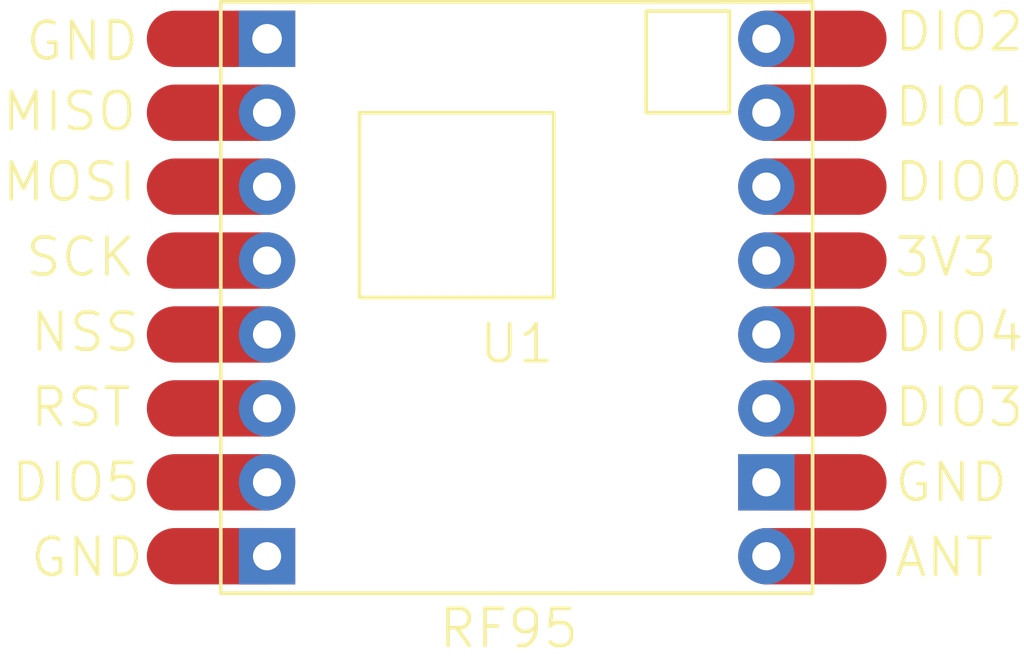
<source format=kicad_pcb>
(kicad_pcb (version 20221018) (generator pcbnew)
  (layers (0 "F.Cu" signal) (31 "B.Cu" signal) (34 "B.Paste" user) (35 "F.Paste" user) (36 "B.SilkS" user "B.Silkscreen") (37 "F.SilkS" user "F.Silkscreen") (38 "B.Mask" user) (39 "F.Mask" user) (44 "Edge.Cuts" user))
  (net 0 "")
  (net 1 "Earth")
  (net 8 "Net-(J1-In)")
  (footprint "Library:RFM95" (layer "F.Cu") (at 146.94 81.9)
    (fp_text reference "U1" (at 0 1.25 unlocked) (layer "F.SilkS") (effects (font (thickness 0.1))))
    (fp_text value "RFM95W-868S2")
    (fp_text user "SCK" (at -13.335 -0.508 unlocked) (layer "F.SilkS") (effects (font (thickness 0.1)) (justify left bottom)))
    (fp_text user "RST" (at -13.208 3.556 unlocked) (layer "F.SilkS") (effects (font (thickness 0.1)) (justify left bottom)))
    (fp_text user "DIO2" (at 10.16 -6.604 unlocked) (layer "F.SilkS") (effects (font (thickness 0.1)) (justify left bottom)))
    (fp_text user "GND" (at -13.335 -6.35 unlocked) (layer "F.SilkS") (effects (font (thickness 0.1)) (justify left bottom)))
    (fp_text user "ANT" (at 10.16 7.62 unlocked) (layer "F.SilkS") (effects (font (thickness 0.1)) (justify left bottom)))
    (fp_text user "DIO5" (at -13.716 5.588 unlocked) (layer "F.SilkS") (effects (font (thickness 0.1)) (justify left bottom)))
    (fp_text user "DIO4" (at 10.16 1.524 unlocked) (layer "F.SilkS") (effects (font (thickness 0.1)) (justify left bottom)))
    (fp_text user "DIO3" (at 10.16 3.556 unlocked) (layer "F.SilkS") (effects (font (thickness 0.1)) (justify left bottom)))
    (fp_text user "GND" (at -13.208 7.62 unlocked) (layer "F.SilkS") (effects (font (thickness 0.1)) (justify left bottom)))
    (fp_text user "DIO0" (at 10.16 -2.54 unlocked) (layer "F.SilkS") (effects (font (thickness 0.1)) (justify left bottom)))
    (fp_text user "GND" (at 10.16 5.588 unlocked) (layer "F.SilkS") (effects (font (thickness 0.1)) (justify left bottom)))
    (fp_text user "NSS" (at -13.208 1.524 unlocked) (layer "F.SilkS") (effects (font (thickness 0.1)) (justify left bottom)))
    (fp_text user "MOSI" (at -13.97 -2.54 unlocked) (layer "F.SilkS") (effects (font (thickness 0.1)) (justify left bottom)))
    (fp_text user "DIO1" (at 10.16 -4.572 unlocked) (layer "F.SilkS") (effects (font (thickness 0.1)) (justify left bottom)))
    (fp_text user "MISO" (at -13.97 -4.445 unlocked) (layer "F.SilkS") (effects (font (thickness 0.1)) (justify left bottom)))
    (fp_text user "3V3" (at 10.16 -0.508 unlocked) (layer "F.SilkS") (effects (font (thickness 0.1)) (justify left bottom)))
    (fp_text user "RF95" (at -2.16 9.54 unlocked) (layer "F.SilkS") (effects (font (thickness 0.1)) (justify left bottom)))
    (fp_rect (start -8 -8) (end 8 8) (stroke (width 0.1)) (fill none) (layer "F.SilkS"))
    (fp_rect (start -4.25 -5) (end 1 0) (stroke (width 0.1)) (fill none) (layer "F.SilkS"))
    (fp_rect (start 3.5 -7.75) (end 5.75 -5) (stroke (width 0.1)) (fill none) (layer "F.SilkS"))
    (pad "1" connect oval (at -8 -7) (size 4 1.524) (layers "F.Cu" "F.Mask") (net 1 "Earth"))
    (pad "1" thru_hole rect (at -6.75 -7) (size 1.524 1.524) (drill 0.8) (layers "*.Cu" "*.Mask") (net 1 "Earth"))
    (pad "2" connect oval (at -8 -5) (size 4 1.524) (layers "F.Cu" "F.Mask"))
    (pad "2" thru_hole circle (at -6.75 -5) (size 1.524 1.524) (drill 0.762) (layers "*.Cu" "*.Mask"))
    (pad "3" connect oval (at -8 -3) (size 4 1.524) (layers "F.Cu" "F.Mask"))
    (pad "3" thru_hole circle (at -6.75 -3) (size 1.524 1.524) (drill 0.762) (layers "*.Cu" "*.Mask"))
    (pad "4" connect oval (at -8 -1) (size 4 1.524) (layers "F.Cu" "F.Mask"))
    (pad "4" thru_hole circle (at -6.75 -1) (size 1.524 1.524) (drill 0.762) (layers "*.Cu" "*.Mask"))
    (pad "5" connect oval (at -8 1) (size 4 1.524) (layers "F.Cu" "F.Mask"))
    (pad "5" thru_hole circle (at -6.75 1) (size 1.524 1.524) (drill 0.762) (layers "*.Cu" "*.Mask"))
    (pad "6" connect oval (at -8 3) (size 4 1.524) (layers "F.Cu" "F.Mask"))
    (pad "6" thru_hole circle (at -6.75 3) (size 1.524 1.524) (drill 0.762) (layers "*.Cu" "*.Mask"))
    (pad "7" connect oval (at -8 5) (size 4 1.524) (layers "F.Cu" "F.Mask"))
    (pad "7" thru_hole circle (at -6.75 5) (size 1.524 1.524) (drill 0.762) (layers "*.Cu" "*.Mask"))
    (pad "8" connect oval (at -8 7) (size 4 1.524) (layers "F.Cu" "F.Mask") (net 1 "Earth"))
    (pad "8" thru_hole rect (at -6.75 7) (size 1.524 1.524) (drill 0.762) (layers "*.Cu" "*.Mask") (net 1 "Earth"))
    (pad "9" thru_hole circle (at 6.75 7) (size 1.524 1.524) (drill 0.762) (layers "*.Cu" "*.Mask") (net 8 "Net-(J1-In)"))
    (pad "9" connect oval (at 8 7) (size 4 1.524) (layers "F.Cu" "F.Mask") (net 8 "Net-(J1-In)"))
    (pad "10" thru_hole rect (at 6.75 5) (size 1.524 1.524) (drill 0.762) (layers "*.Cu" "*.Mask") (net 1 "Earth"))
    (pad "10" connect oval (at 8 5) (size 4 1.524) (layers "F.Cu" "F.Mask") (net 1 "Earth"))
    (pad "11" thru_hole circle (at 6.75 3) (size 1.524 1.524) (drill 0.762) (layers "*.Cu" "*.Mask"))
    (pad "11" connect oval (at 8 3) (size 4 1.524) (layers "F.Cu" "F.Mask"))
    (pad "12" thru_hole circle (at 6.75 1) (size 1.524 1.524) (drill 0.762) (layers "*.Cu" "*.Mask"))
    (pad "12" connect oval (at 8 1) (size 4 1.524) (layers "F.Cu" "F.Mask"))
    (pad "13" thru_hole circle (at 6.75 -1) (size 1.524 1.524) (drill 0.762) (layers "*.Cu" "*.Mask"))
    (pad "13" connect oval (at 8 -1) (size 4 1.524) (layers "F.Cu" "F.Mask"))
    (pad "14" thru_hole circle (at 6.75 -3) (size 1.524 1.524) (drill 0.762) (layers "*.Cu" "*.Mask"))
    (pad "14" connect oval (at 8 -3) (size 4 1.524) (layers "F.Cu" "F.Mask"))
    (pad "15" thru_hole circle (at 6.75 -5) (size 1.524 1.524) (drill 0.762) (layers "*.Cu" "*.Mask"))
    (pad "15" connect oval (at 8 -5) (size 4 1.524) (layers "F.Cu" "F.Mask"))
    (pad "16" thru_hole circle (at 6.75 -7) (size 1.524 1.524) (drill 0.762) (layers "*.Cu" "*.Mask"))
    (pad "16" connect oval (at 8 -7) (size 4 1.524) (layers "F.Cu" "F.Mask"))
  )
)
</source>
